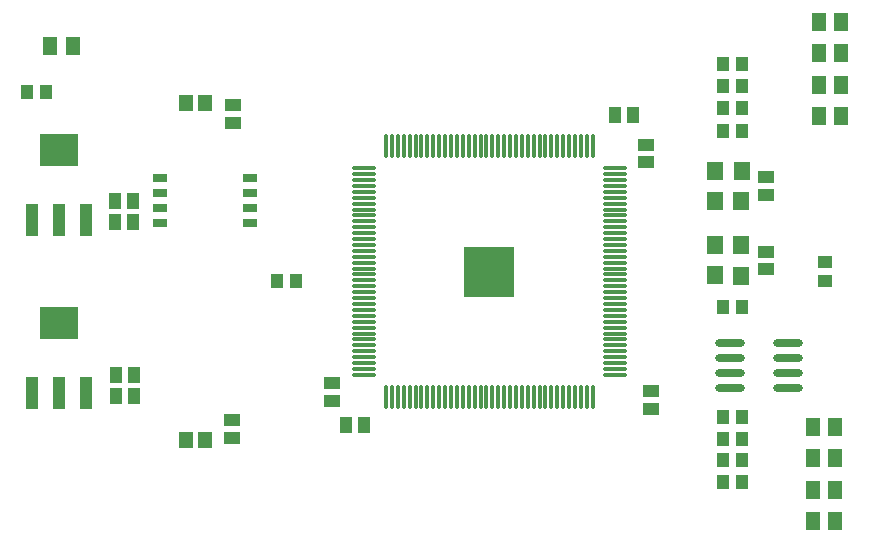
<source format=gtp>
%FSLAX24Y24*%
%MOIN*%
G70*
G01*
G75*
G04 Layer_Color=8421504*
%ADD10C,0.0100*%
%ADD11R,0.0512X0.0394*%
%ADD12O,0.0984X0.0276*%
%ADD13R,0.0394X0.0512*%
%ADD14R,0.0551X0.0433*%
%ADD15R,0.0433X0.0551*%
%ADD16R,0.0512X0.0591*%
%ADD17R,0.1299X0.1063*%
%ADD18R,0.0394X0.1063*%
%ADD19R,0.0472X0.0551*%
%ADD20R,0.0551X0.0630*%
%ADD21R,0.0500X0.0300*%
%ADD22O,0.0118X0.0827*%
%ADD23O,0.0827X0.0118*%
%ADD24R,0.1693X0.1693*%
%ADD25C,0.0200*%
%ADD26C,0.0300*%
%ADD27C,0.0250*%
%ADD28C,0.0600*%
%ADD29C,0.0400*%
%ADD30C,0.0150*%
%ADD31C,0.0079*%
%ADD32R,0.1830X0.1120*%
%ADD33R,0.2080X0.2124*%
%ADD34R,0.0790X0.5280*%
%ADD35R,0.0810X0.1960*%
%ADD36R,0.1310X0.3350*%
%ADD37R,0.1010X0.0210*%
%ADD38R,0.1490X0.1470*%
%ADD39R,0.0370X0.4820*%
%ADD40R,0.0770X0.0910*%
%ADD41R,0.0920X0.5210*%
%ADD42R,0.1260X0.1830*%
%ADD43R,0.1490X0.6150*%
%ADD44R,0.3870X0.4260*%
%ADD45R,0.1270X0.5300*%
%ADD46R,0.1950X0.1110*%
%ADD47R,0.2270X0.0510*%
%ADD48R,0.0780X0.2500*%
%ADD49R,0.1520X0.0820*%
%ADD50R,0.1890X0.1040*%
%ADD51R,0.3710X0.3070*%
%ADD52R,0.1740X0.1110*%
%ADD53R,0.1460X0.3920*%
%ADD54R,0.2270X0.3010*%
%ADD55R,0.0820X0.6210*%
%ADD56R,0.0810X0.5750*%
%ADD57R,0.1610X0.3230*%
%ADD58R,0.0810X0.1040*%
%ADD59R,0.0470X0.5180*%
%ADD60R,0.1430X0.1840*%
%ADD61R,0.1550X0.2090*%
%ADD62R,0.1370X0.4960*%
%ADD63R,0.0720X0.4310*%
%ADD64R,0.4940X0.1510*%
%ADD65R,0.0710X0.2250*%
%ADD66R,0.4950X0.2010*%
%ADD67R,0.1150X1.2100*%
%ADD68R,0.1490X0.7050*%
%ADD69R,0.0640X0.1540*%
%ADD70R,0.1130X0.1610*%
%ADD71R,0.3340X0.1210*%
%ADD72R,0.1110X0.1490*%
%ADD73R,0.1390X0.1590*%
%ADD74R,0.3241X0.0974*%
%ADD75R,0.1470X0.0847*%
%ADD76R,0.1260X0.9560*%
%ADD77R,0.1100X0.3420*%
%ADD78R,0.1180X0.0590*%
%ADD79R,0.0830X0.3230*%
%ADD80R,0.1820X0.0900*%
%ADD81R,0.0850X0.1900*%
%ADD82R,0.1770X0.0950*%
%ADD83R,0.0591X0.0591*%
%ADD84C,0.0591*%
%ADD85R,0.0591X0.0591*%
%ADD86C,0.0320*%
%ADD87C,0.0500*%
%ADD88R,0.0413X0.0551*%
%ADD89R,0.0669X0.0433*%
%ADD90R,0.0433X0.0669*%
%ADD91R,0.5810X0.0400*%
%ADD92R,0.1370X0.1190*%
%ADD93R,0.0260X0.2940*%
%ADD94R,0.0610X0.3620*%
%ADD95R,0.1330X0.0650*%
%ADD96R,0.0400X0.4480*%
%ADD97R,0.2410X0.0450*%
%ADD98R,0.0890X0.3400*%
%ADD99R,0.6880X0.0610*%
%ADD100R,0.1880X0.3480*%
%ADD101R,0.7920X0.0350*%
%ADD102R,0.0310X0.3890*%
%ADD103R,0.0890X0.0960*%
%ADD104R,0.2450X0.2860*%
%ADD105R,0.0960X0.0910*%
%ADD106R,0.2300X0.1250*%
%ADD107R,0.1320X0.0920*%
%ADD108R,0.1430X0.0570*%
%ADD109R,0.0600X0.2880*%
%ADD110R,0.1560X0.1200*%
%ADD111R,0.0510X0.2190*%
%ADD112R,0.0810X0.0450*%
%ADD113R,0.8040X0.0410*%
%ADD114R,0.1080X0.2300*%
%ADD115R,0.0530X0.1260*%
%ADD116R,0.0690X0.1090*%
%ADD117R,0.3970X0.0570*%
%ADD118R,0.0670X0.1760*%
%ADD119R,0.2440X0.1760*%
%ADD120R,0.3080X0.1760*%
%ADD121R,0.3360X0.3810*%
%ADD122R,0.3950X0.2010*%
%ADD123R,0.5290X0.1430*%
%ADD124R,0.1080X0.1370*%
%ADD125R,0.4870X0.0400*%
%ADD126R,0.3310X0.0720*%
%ADD127R,0.0640X0.3170*%
%ADD128R,1.4780X0.0490*%
%ADD129R,0.8680X0.0890*%
%ADD130R,0.2310X0.1210*%
%ADD131R,0.0660X0.7140*%
%ADD132R,0.3910X0.1760*%
%ADD133R,0.1190X0.4160*%
%ADD134R,0.6620X0.0690*%
%ADD135R,0.1720X0.3830*%
%ADD136R,0.0560X0.2760*%
%ADD137R,0.6730X0.0390*%
%ADD138R,0.2390X0.0640*%
%ADD139R,0.4150X0.0630*%
%ADD140R,0.5920X0.0470*%
%ADD141R,0.3050X0.2190*%
%ADD142R,0.0600X0.1180*%
%ADD143R,0.0840X0.2610*%
%ADD144R,0.4730X0.1350*%
%ADD145R,0.1830X1.0120*%
%ADD146R,0.2560X0.0720*%
%ADD147R,0.2990X0.2490*%
%ADD148R,0.1090X0.5830*%
%ADD149R,0.8340X0.8340*%
%ADD150R,0.3240X0.0960*%
%ADD151R,0.2210X0.1000*%
%ADD152R,0.1070X0.0400*%
%ADD153R,0.0610X0.1460*%
%ADD154R,0.0460X0.1390*%
%ADD155R,0.3240X0.0430*%
%ADD156R,0.0570X0.1510*%
%ADD157R,0.1660X0.0570*%
%ADD158R,0.2810X0.2110*%
%ADD159R,0.0630X0.1380*%
%ADD160R,0.1810X0.0340*%
%ADD161R,0.7090X0.0860*%
%ADD162R,0.1020X0.1410*%
%ADD163R,0.3440X0.0470*%
%ADD164R,0.0670X0.1580*%
%ADD165R,0.0560X0.6510*%
%ADD166R,2.0860X0.0750*%
%ADD167R,0.1230X0.1040*%
%ADD168R,0.1030X0.1670*%
%ADD169R,0.1220X0.0770*%
%ADD170R,0.0490X0.1560*%
%ADD171R,0.1030X0.1940*%
%ADD172R,0.0940X0.1560*%
%ADD173C,0.0098*%
%ADD174C,0.0236*%
%ADD175C,0.0080*%
D11*
X27630Y9335D02*
D03*
Y9965D02*
D03*
D12*
X24455Y7280D02*
D03*
Y6780D02*
D03*
Y6280D02*
D03*
Y5780D02*
D03*
X26385Y7280D02*
D03*
Y6780D02*
D03*
Y6280D02*
D03*
Y5780D02*
D03*
D13*
X24225Y8470D02*
D03*
X24855D02*
D03*
X24235Y14350D02*
D03*
X24865D02*
D03*
X24235Y15093D02*
D03*
X24865D02*
D03*
Y15837D02*
D03*
X24235D02*
D03*
X24865Y16580D02*
D03*
X24235D02*
D03*
X10005Y9350D02*
D03*
X9375D02*
D03*
X1645Y15650D02*
D03*
X1015D02*
D03*
X24845Y2650D02*
D03*
X24215D02*
D03*
X24845Y3367D02*
D03*
X24215D02*
D03*
Y4083D02*
D03*
X24845D02*
D03*
X24215Y4800D02*
D03*
X24845D02*
D03*
D14*
X21820Y5075D02*
D03*
Y5665D02*
D03*
X11180Y5925D02*
D03*
Y5335D02*
D03*
X21650Y13285D02*
D03*
Y13875D02*
D03*
X25660Y12194D02*
D03*
Y12785D02*
D03*
X25660Y10309D02*
D03*
Y9718D02*
D03*
X7880Y15205D02*
D03*
Y14615D02*
D03*
X7850Y4095D02*
D03*
Y4685D02*
D03*
D15*
X21226Y14860D02*
D03*
X20635D02*
D03*
X11675Y4530D02*
D03*
X12265D02*
D03*
X4563Y11307D02*
D03*
X3972D02*
D03*
X4565Y12000D02*
D03*
X3975D02*
D03*
X4595Y5510D02*
D03*
X4005D02*
D03*
X4595Y6200D02*
D03*
X4005D02*
D03*
D16*
X28174Y14829D02*
D03*
X27426D02*
D03*
X28174Y15875D02*
D03*
X27426D02*
D03*
X28174Y16921D02*
D03*
X27426D02*
D03*
X28174Y17968D02*
D03*
X27426D02*
D03*
X27974Y4471D02*
D03*
X27226D02*
D03*
X27974Y3423D02*
D03*
X27226D02*
D03*
X27974Y2375D02*
D03*
X27226D02*
D03*
X27974Y1327D02*
D03*
X27226D02*
D03*
X2554Y17160D02*
D03*
X1806D02*
D03*
D17*
X2100Y7918D02*
D03*
Y13705D02*
D03*
D18*
X3006Y5595D02*
D03*
X2100D02*
D03*
X1194D02*
D03*
X3006Y11382D02*
D03*
X2100D02*
D03*
X1194D02*
D03*
D19*
X6965Y4020D02*
D03*
X6335D02*
D03*
X6965Y15273D02*
D03*
X6335D02*
D03*
D20*
X23957Y9523D02*
D03*
X24835Y9512D02*
D03*
X23969Y10536D02*
D03*
X24835D02*
D03*
X23969Y11988D02*
D03*
X24835D02*
D03*
X23969Y13012D02*
D03*
X24846Y13001D02*
D03*
D21*
X5458Y12770D02*
D03*
Y12266D02*
D03*
Y11762D02*
D03*
Y11258D02*
D03*
X8458Y11258D02*
D03*
Y11762D02*
D03*
Y12266D02*
D03*
Y12770D02*
D03*
D22*
X19885Y5477D02*
D03*
X19688D02*
D03*
X19491D02*
D03*
X19294D02*
D03*
X19097D02*
D03*
X18901D02*
D03*
X18704D02*
D03*
X18507D02*
D03*
X18310D02*
D03*
X18113D02*
D03*
X17916D02*
D03*
X17720D02*
D03*
X17523D02*
D03*
X17326D02*
D03*
X17129D02*
D03*
X16932D02*
D03*
X16735D02*
D03*
X16538D02*
D03*
X16342D02*
D03*
X16145D02*
D03*
X15948D02*
D03*
X15751D02*
D03*
X15554D02*
D03*
X15357D02*
D03*
X15160D02*
D03*
X14964D02*
D03*
X14767D02*
D03*
X14570D02*
D03*
X14373D02*
D03*
X14176D02*
D03*
X13979D02*
D03*
X13783D02*
D03*
X13586D02*
D03*
X13389D02*
D03*
X13192D02*
D03*
X12995D02*
D03*
Y13823D02*
D03*
X13192D02*
D03*
X13389D02*
D03*
X13586D02*
D03*
X13783D02*
D03*
X13979D02*
D03*
X14176D02*
D03*
X14373D02*
D03*
X14570D02*
D03*
X14767D02*
D03*
X14964D02*
D03*
X15160D02*
D03*
X15357D02*
D03*
X15554D02*
D03*
X15751D02*
D03*
X15948D02*
D03*
X16145D02*
D03*
X16342D02*
D03*
X16538D02*
D03*
X16735D02*
D03*
X16932D02*
D03*
X17129D02*
D03*
X17326D02*
D03*
X17523D02*
D03*
X17720D02*
D03*
X17916D02*
D03*
X18113D02*
D03*
X18310D02*
D03*
X18507D02*
D03*
X18704D02*
D03*
X18901D02*
D03*
X19097D02*
D03*
X19294D02*
D03*
X19491D02*
D03*
X19688D02*
D03*
X19885D02*
D03*
D23*
X12267Y6205D02*
D03*
Y6402D02*
D03*
Y6599D02*
D03*
Y6796D02*
D03*
Y6993D02*
D03*
Y7189D02*
D03*
Y7386D02*
D03*
Y7583D02*
D03*
Y7780D02*
D03*
Y7977D02*
D03*
Y8174D02*
D03*
Y8370D02*
D03*
Y8567D02*
D03*
Y8764D02*
D03*
Y8961D02*
D03*
Y9158D02*
D03*
Y9355D02*
D03*
Y9552D02*
D03*
Y9748D02*
D03*
Y9945D02*
D03*
Y10142D02*
D03*
Y10339D02*
D03*
Y10536D02*
D03*
Y10733D02*
D03*
Y10930D02*
D03*
Y11126D02*
D03*
Y11323D02*
D03*
Y11520D02*
D03*
Y11717D02*
D03*
Y11914D02*
D03*
Y12111D02*
D03*
Y12307D02*
D03*
Y12504D02*
D03*
Y12701D02*
D03*
Y12898D02*
D03*
Y13095D02*
D03*
X20613D02*
D03*
Y12898D02*
D03*
Y12701D02*
D03*
Y12504D02*
D03*
Y12307D02*
D03*
Y12111D02*
D03*
Y11914D02*
D03*
Y11717D02*
D03*
Y11520D02*
D03*
Y11323D02*
D03*
Y11126D02*
D03*
Y10930D02*
D03*
Y10733D02*
D03*
Y10536D02*
D03*
Y10339D02*
D03*
Y10142D02*
D03*
Y9945D02*
D03*
Y9748D02*
D03*
Y9552D02*
D03*
Y9355D02*
D03*
Y9158D02*
D03*
Y8961D02*
D03*
Y8764D02*
D03*
Y8567D02*
D03*
Y8370D02*
D03*
Y8174D02*
D03*
Y7977D02*
D03*
Y7780D02*
D03*
Y7583D02*
D03*
Y7386D02*
D03*
Y7189D02*
D03*
Y6993D02*
D03*
Y6796D02*
D03*
Y6599D02*
D03*
Y6402D02*
D03*
Y6205D02*
D03*
D24*
X16440Y9650D02*
D03*
M02*

</source>
